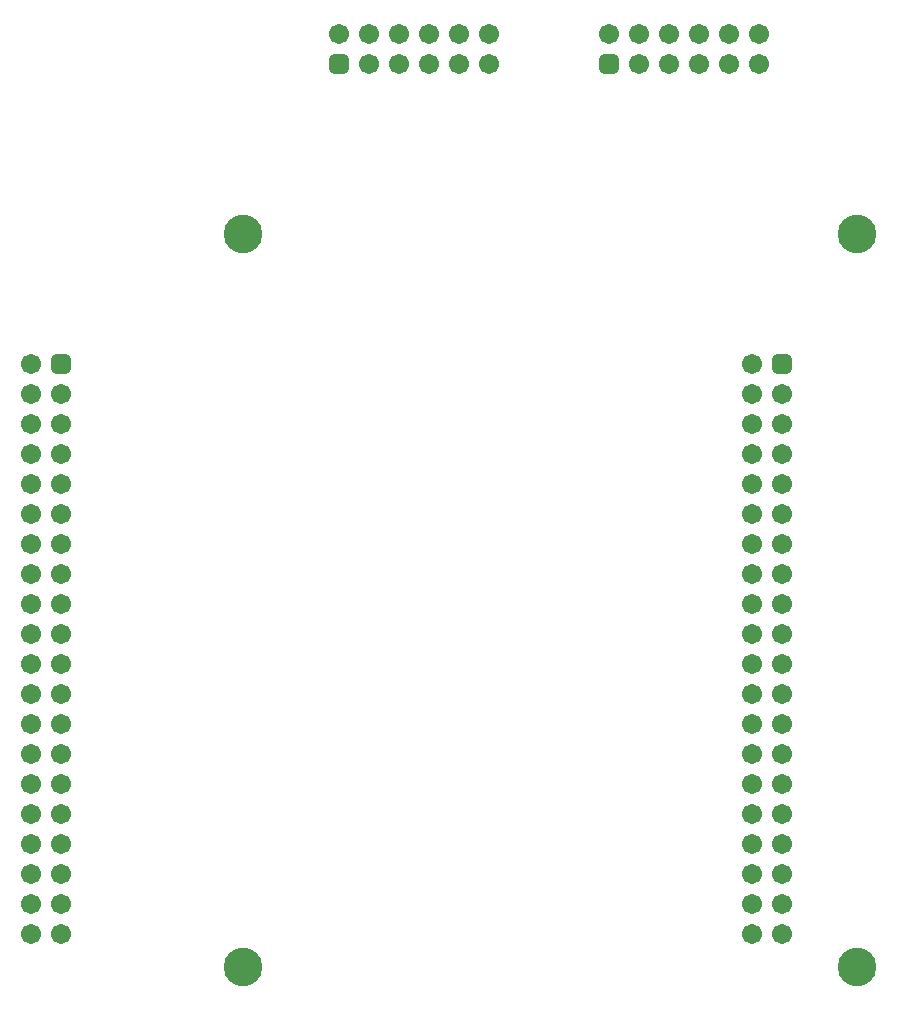
<source format=gts>
G04*
G04 #@! TF.GenerationSoftware,Altium Limited,Altium Designer,23.6.0 (18)*
G04*
G04 Layer_Color=8388736*
%FSLAX44Y44*%
%MOMM*%
G71*
G04*
G04 #@! TF.SameCoordinates,601DDEDB-8D37-4A0F-BDDB-BED4ADFAC405*
G04*
G04*
G04 #@! TF.FilePolarity,Negative*
G04*
G01*
G75*
%ADD14C,1.7032*%
G04:AMPARAMS|DCode=15|XSize=1.7032mm|YSize=1.7032mm|CornerRadius=0.4766mm|HoleSize=0mm|Usage=FLASHONLY|Rotation=0.000|XOffset=0mm|YOffset=0mm|HoleType=Round|Shape=RoundedRectangle|*
%AMROUNDEDRECTD15*
21,1,1.7032,0.7500,0,0,0.0*
21,1,0.7500,1.7032,0,0,0.0*
1,1,0.9532,0.3750,-0.3750*
1,1,0.9532,-0.3750,-0.3750*
1,1,0.9532,-0.3750,0.3750*
1,1,0.9532,0.3750,0.3750*
%
%ADD15ROUNDEDRECTD15*%
%ADD16C,3.2639*%
G04:AMPARAMS|DCode=17|XSize=1.7032mm|YSize=1.7032mm|CornerRadius=0.4766mm|HoleSize=0mm|Usage=FLASHONLY|Rotation=270.000|XOffset=0mm|YOffset=0mm|HoleType=Round|Shape=RoundedRectangle|*
%AMROUNDEDRECTD17*
21,1,1.7032,0.7500,0,0,270.0*
21,1,0.7500,1.7032,0,0,270.0*
1,1,0.9532,-0.3750,-0.3750*
1,1,0.9532,-0.3750,0.3750*
1,1,0.9532,0.3750,0.3750*
1,1,0.9532,0.3750,-0.3750*
%
%ADD17ROUNDEDRECTD17*%
D14*
X1676100Y942051D02*
D03*
Y916651D02*
D03*
X1650700Y942051D02*
D03*
Y916651D02*
D03*
X1599900Y942051D02*
D03*
X1625300Y916651D02*
D03*
Y942051D02*
D03*
X1701500Y916651D02*
D03*
X1726900D02*
D03*
X1701500Y942051D02*
D03*
X1726900D02*
D03*
X1447498D02*
D03*
Y916651D02*
D03*
X1422098Y942051D02*
D03*
Y916651D02*
D03*
X1371298Y942051D02*
D03*
X1396698Y916651D02*
D03*
Y942051D02*
D03*
X1472898Y916651D02*
D03*
X1498298D02*
D03*
X1472898Y942051D02*
D03*
X1498298D02*
D03*
X1720600Y180000D02*
D03*
Y205400D02*
D03*
Y230800D02*
D03*
X1746000Y180000D02*
D03*
Y205400D02*
D03*
Y230800D02*
D03*
X1720600Y307000D02*
D03*
X1746000D02*
D03*
X1720600Y357800D02*
D03*
X1746000D02*
D03*
X1720600Y383200D02*
D03*
X1746000D02*
D03*
X1720600Y408600D02*
D03*
X1746000D02*
D03*
X1720600Y434000D02*
D03*
X1746000D02*
D03*
X1720600Y484800D02*
D03*
X1746000D02*
D03*
X1720600Y535600D02*
D03*
X1746000D02*
D03*
X1720600Y586400D02*
D03*
X1746000D02*
D03*
X1720600Y662600D02*
D03*
X1746000Y637200D02*
D03*
X1720600D02*
D03*
X1746000Y611800D02*
D03*
X1720600D02*
D03*
X1746000Y561000D02*
D03*
X1720600D02*
D03*
X1746000Y510200D02*
D03*
X1720600D02*
D03*
X1746000Y459400D02*
D03*
X1720600D02*
D03*
X1746000Y332400D02*
D03*
X1720600D02*
D03*
X1746000Y281600D02*
D03*
X1720600D02*
D03*
X1746000Y256200D02*
D03*
X1720600D02*
D03*
X1110931Y179750D02*
D03*
Y205150D02*
D03*
Y230550D02*
D03*
X1136331Y179750D02*
D03*
Y205150D02*
D03*
Y230550D02*
D03*
X1110931Y306750D02*
D03*
X1136331D02*
D03*
X1110931Y357550D02*
D03*
X1136331D02*
D03*
X1110931Y382950D02*
D03*
X1136331D02*
D03*
X1110931Y408350D02*
D03*
X1136331D02*
D03*
X1110931Y433750D02*
D03*
X1136331D02*
D03*
X1110931Y484550D02*
D03*
X1136331D02*
D03*
X1110931Y535350D02*
D03*
X1136331D02*
D03*
X1110931Y586150D02*
D03*
X1136331D02*
D03*
X1110931Y662350D02*
D03*
X1136331Y636950D02*
D03*
X1110931D02*
D03*
X1136331Y611550D02*
D03*
X1110931D02*
D03*
X1136331Y560750D02*
D03*
X1110931D02*
D03*
X1136331Y509950D02*
D03*
X1110931D02*
D03*
X1136331Y459150D02*
D03*
X1110931D02*
D03*
X1136331Y332150D02*
D03*
X1110931D02*
D03*
X1136331Y281350D02*
D03*
X1110931D02*
D03*
X1136331Y255950D02*
D03*
X1110931D02*
D03*
D15*
X1599900Y916651D02*
D03*
X1371298D02*
D03*
D16*
X1290000Y772000D02*
D03*
X1810000D02*
D03*
X1290000Y152000D02*
D03*
X1810000D02*
D03*
D17*
X1746000Y662600D02*
D03*
X1136331Y662350D02*
D03*
M02*

</source>
